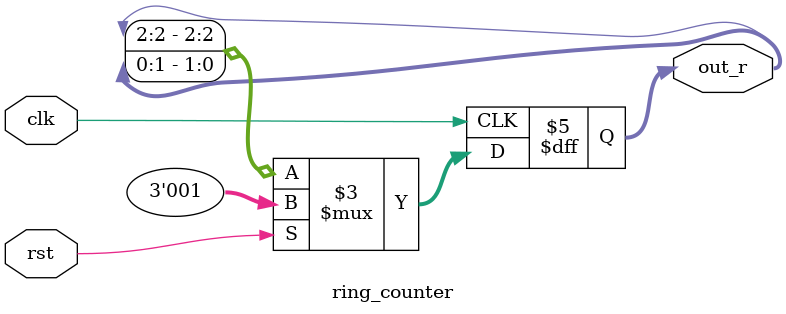
<source format=v>
`timescale 1ns / 1ps

module ring_counter(

input clk , rst ,
output reg [0:2] out_r 
    );
    
    
always@(posedge clk) begin

//If reset is asserted then the out signal is set to 1

if(rst)  out_r <= 4'b0001;

//If reset is Low then left shifting is take place

else begin

  out_r <= { out_r[2],out_r[0:1] } ;

end

end
endmodule

</source>
